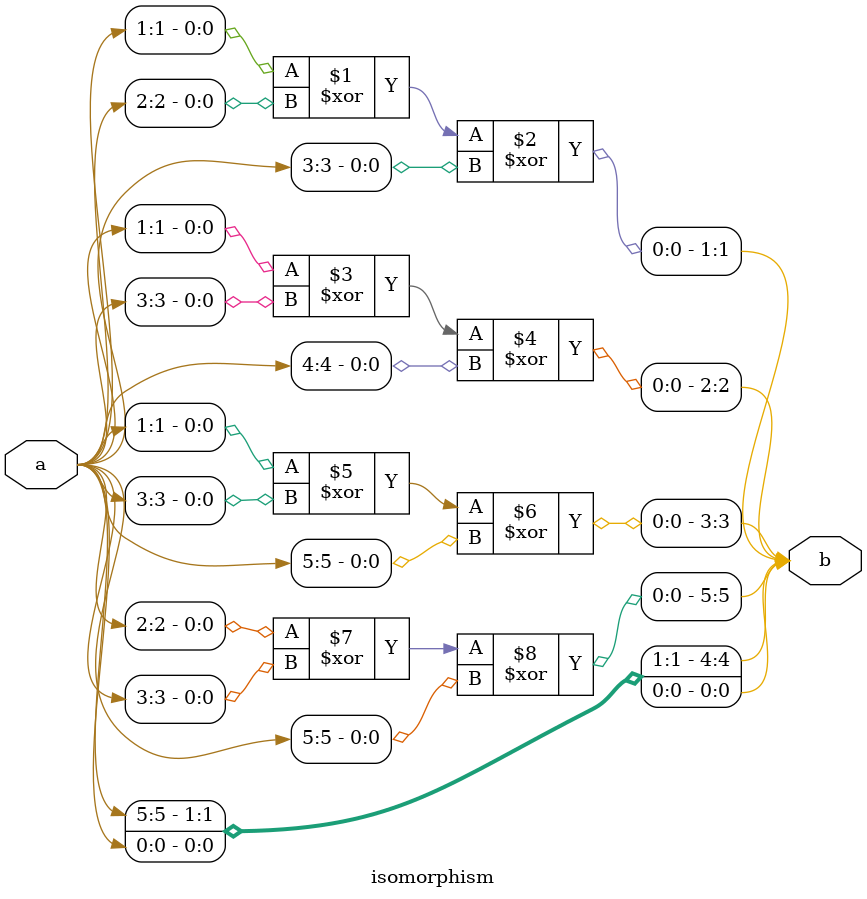
<source format=v>
`timescale 1ns/100ps
module SMS23_38_pp_2_5(x,y);
	 input [5:0] x;
	 output [5:0] y;
	 wire [5:0] w;
	 wire [5:0] p;
	 isomorphism C2 (x,w);
	 power_38 C3 (w,p);
	 inv_isomorphism C4 (p,y);
endmodule

module square_base(a,b);
	 input [1:0] a;
	 output [1:0] b;
	 assign b[0]=a[0]^a[1];
	 assign b[1]=a[1];
endmodule

module add_base(a,b,c);
	 input [1:0] a;
	 input [1:0] b;
	 output [1:0] c;
	 assign c[0]=a[0]^b[0];
	 assign c[1]=a[1]^b[1];
endmodule

module constant_multiplication_base_0(a,b);
	 input [1:0] a;
	 output [1:0] b;
	 assign b[0]=0;
	 assign b[1]=0;
endmodule

module constant_multiplication_base_1(a,b);
	 input [1:0] a;
	 output [1:0] b;
	 assign b[0]=a[0];
	 assign b[1]=a[1];
endmodule

module constant_multiplication_base_2(a,b);
	 input [1:0] a;
	 output [1:0] b;
	 assign b[0]=a[1];
	 assign b[1]=a[0]^a[1];
endmodule

module constant_multiplication_base_3(a,b);
	 input [1:0] a;
	 output [1:0] b;
	 assign b[0]=a[0]^a[1];
	 assign b[1]=a[0];
endmodule

module multiplication_base(a,b,c);
	 input [1:0] a;
	 input [1:0] b;
	 output [1:0] c;
	 wire t;
	 assign t=(a[1]&b[1]);
	 assign c[0]=(a[0]&b[0])^t;
	 assign c[1]=(a[0]&b[1])^(a[1]&b[0])^t;
endmodule

module multi_qube_base(a,b,c);
	 input [1:0] a;
	 input [1:0] b;
	 output [1:0] c;
	 wire t;
	 assign t=a[0]^(~a[0]&a[1]);
	 assign c[0]=t&b[0];
	 assign c[1]=t&b[1];
endmodule

module power_38(a,b);
	 input [5:0] a;
	 output [5:0] b;
	 wire [1:0] x_0;
	 wire [1:0] x_1;
	 wire [1:0] x_2;
	 wire [1:0] x_3;
	 wire [1:0] x_4;
	 wire [1:0] x_5;
	 wire [1:0] x_6;
	 wire [1:0] x_7;
	 wire [1:0] x_8;
	 wire [1:0] x_9;
	 wire [1:0] x_10;
	 wire [1:0] x_11;
	 wire [1:0] x_12;
	 wire [1:0] x_13;
	 wire [1:0] x_14;
	 wire [1:0] y_0;
	 wire [1:0] y_1;
	 wire [1:0] y_2;
	 wire [1:0] y_3;
	 wire [1:0] y_4;
	 wire [1:0] y_5;
	 wire [1:0] w_0_0;
	 wire [1:0] w_0_1;
	 wire [1:0] w_0_2;
	 wire [1:0] w_0_3;
	 wire [1:0] w_0_4;
	 wire [1:0] w_0_5;
	 wire [1:0] w_0_6;
	 wire [1:0] w_0_7;
	 wire [1:0] w_0_8;
	 wire [1:0] w_0_9;
	 wire [1:0] w_0_10;
	 wire [1:0] w_0_11;
	 wire [1:0] w_0_12;
	 wire [1:0] w_0_13;
	 wire [1:0] w_0_14;
	 wire [1:0] w_1_0;
	 wire [1:0] w_1_1;
	 wire [1:0] w_1_2;
	 wire [1:0] w_1_3;
	 wire [1:0] w_1_4;
	 wire [1:0] w_1_5;
	 wire [1:0] w_1_6;
	 wire [1:0] w_1_7;
	 wire [1:0] w_1_8;
	 wire [1:0] w_1_9;
	 wire [1:0] w_1_10;
	 wire [1:0] w_1_11;
	 wire [1:0] w_1_12;
	 wire [1:0] w_1_13;
	 wire [1:0] w_1_14;
	 wire [1:0] w_2_0;
	 wire [1:0] w_2_1;
	 wire [1:0] w_2_2;
	 wire [1:0] w_2_3;
	 wire [1:0] w_2_4;
	 wire [1:0] w_2_5;
	 wire [1:0] w_2_6;
	 wire [1:0] w_2_7;
	 wire [1:0] w_2_8;
	 wire [1:0] w_2_9;
	 wire [1:0] w_2_10;
	 wire [1:0] w_2_11;
	 wire [1:0] w_2_12;
	 wire [1:0] w_2_13;
	 wire [1:0] w_2_14;
	 wire [1:0] z_0_0;
	 wire [1:0] z_0_1;
	 wire [1:0] z_0_2;
	 wire [1:0] z_0_3;
	 wire [1:0] z_0_4;
	 wire [1:0] z_0_5;
	 wire [1:0] z_0_6;
	 wire [1:0] z_0_7;
	 wire [1:0] z_0_8;
	 wire [1:0] z_0_9;
	 wire [1:0] z_0_10;
	 wire [1:0] z_0_11;
	 wire [1:0] z_0_12;
	 wire [1:0] z_0_13;
	 wire [1:0] z_1_0;
	 wire [1:0] z_1_1;
	 wire [1:0] z_1_2;
	 wire [1:0] z_1_3;
	 wire [1:0] z_1_4;
	 wire [1:0] z_1_5;
	 wire [1:0] z_1_6;
	 wire [1:0] z_1_7;
	 wire [1:0] z_1_8;
	 wire [1:0] z_1_9;
	 wire [1:0] z_1_10;
	 wire [1:0] z_1_11;
	 wire [1:0] z_1_12;
	 wire [1:0] z_1_13;
	 wire [1:0] z_2_0;
	 wire [1:0] z_2_1;
	 wire [1:0] z_2_2;
	 wire [1:0] z_2_3;
	 wire [1:0] z_2_4;
	 wire [1:0] z_2_5;
	 wire [1:0] z_2_6;
	 wire [1:0] z_2_7;
	 wire [1:0] z_2_8;
	 wire [1:0] z_2_9;
	 wire [1:0] z_2_10;
	 wire [1:0] z_2_11;
	 wire [1:0] z_2_12;
	 wire [1:0] z_2_13;
	 assign y_0[0]=a[0];
	 assign y_0[1]=a[1];
	 assign y_1[0]=a[2];
	 assign y_1[1]=a[3];
	 assign y_2[0]=a[4];
	 assign y_2[1]=a[5];
	 square_base  SB1 (y_0,x_0);
	 square_base SB2 (y_1,x_1);
	 square_base SB3 (y_2,x_2);
	 multi_qube_base MQB1 (y_1,x_0,x_3);
	 multi_qube_base MQB2 (y_2,x_0,x_4);
	 multi_qube_base MQB3 (y_0,x_1,x_5);
	 multi_qube_base MQB4 (y_2,x_1,x_6);
	 multi_qube_base MQB5 (y_0,x_2,x_7);
	 multi_qube_base MQB6 (y_1,x_2,x_8);
	 multiplication_base MB1 (y_0,y_1,x_9);
	 multiplication_base MB2 (y_0,y_2,x_10);
	 multiplication_base MB3 (y_1,y_2,x_11);
	 multiplication_base MB4 (x_1,x_2,y_3);
	 multiplication_base MB5 (y_0,y_3,x_12);
	 multiplication_base MB6 (x_0,x_2,y_4);
	 multiplication_base MB7 (y_1,y_4,x_13);
	 multiplication_base MB8 (x_0,x_1,y_5);
	 multiplication_base MB9 (y_2,y_5,x_14);
	 constant_multiplication_base_1 MC00 (x_0,w_0_0);
	 constant_multiplication_base_0 MC01 (x_1,w_0_1);
	 constant_multiplication_base_2 MC02 (x_2,w_0_2);
	 constant_multiplication_base_1 MC03 (x_3,w_0_3);
	 constant_multiplication_base_0 MC04 (x_4,w_0_4);
	 constant_multiplication_base_3 MC05 (x_5,w_0_5);
	 constant_multiplication_base_1 MC06 (x_6,w_0_6);
	 constant_multiplication_base_3 MC07 (x_7,w_0_7);
	 constant_multiplication_base_1 MC08 (x_8,w_0_8);
	 constant_multiplication_base_2 MC09 (x_9,w_0_9);
	 constant_multiplication_base_2 MC010 (x_10,w_0_10);
	 constant_multiplication_base_0 MC011 (x_11,w_0_11);
	 constant_multiplication_base_3 MC012 (x_12,w_0_12);
	 constant_multiplication_base_2 MC013 (x_13,w_0_13);
	 constant_multiplication_base_0 MC014 (x_14,w_0_14);
	 constant_multiplication_base_0 MC10 (x_0,w_1_0);
	 constant_multiplication_base_1 MC11 (x_1,w_1_1);
	 constant_multiplication_base_1 MC12 (x_2,w_1_2);
	 constant_multiplication_base_0 MC13 (x_3,w_1_3);
	 constant_multiplication_base_3 MC14 (x_4,w_1_4);
	 constant_multiplication_base_0 MC15 (x_5,w_1_5);
	 constant_multiplication_base_0 MC16 (x_6,w_1_6);
	 constant_multiplication_base_3 MC17 (x_7,w_1_7);
	 constant_multiplication_base_2 MC18 (x_8,w_1_8);
	 constant_multiplication_base_1 MC19 (x_9,w_1_9);
	 constant_multiplication_base_3 MC110 (x_10,w_1_10);
	 constant_multiplication_base_1 MC111 (x_11,w_1_11);
	 constant_multiplication_base_3 MC112 (x_12,w_1_12);
	 constant_multiplication_base_3 MC113 (x_13,w_1_13);
	 constant_multiplication_base_3 MC114 (x_14,w_1_14);
	 constant_multiplication_base_0 MC20 (x_0,w_2_0);
	 constant_multiplication_base_2 MC21 (x_1,w_2_1);
	 constant_multiplication_base_1 MC22 (x_2,w_2_2);
	 constant_multiplication_base_3 MC23 (x_3,w_2_3);
	 constant_multiplication_base_0 MC24 (x_4,w_2_4);
	 constant_multiplication_base_3 MC25 (x_5,w_2_5);
	 constant_multiplication_base_1 MC26 (x_6,w_2_6);
	 constant_multiplication_base_0 MC27 (x_7,w_2_7);
	 constant_multiplication_base_2 MC28 (x_8,w_2_8);
	 constant_multiplication_base_3 MC29 (x_9,w_2_9);
	 constant_multiplication_base_1 MC210 (x_10,w_2_10);
	 constant_multiplication_base_3 MC211 (x_11,w_2_11);
	 constant_multiplication_base_3 MC212 (x_12,w_2_12);
	 constant_multiplication_base_1 MC213 (x_13,w_2_13);
	 constant_multiplication_base_3 MC214 (x_14,w_2_14);
	 add_base AB00 (w_0_0,w_0_1,z_0_0);
	 add_base AB01 (w_0_2,z_0_0,z_0_1);
	 add_base AB02 (w_0_3,z_0_1,z_0_2);
	 add_base AB03 (w_0_4,z_0_2,z_0_3);
	 add_base AB04 (w_0_5,z_0_3,z_0_4);
	 add_base AB05 (w_0_6,z_0_4,z_0_5);
	 add_base AB06 (w_0_7,z_0_5,z_0_6);
	 add_base AB07 (w_0_8,z_0_6,z_0_7);
	 add_base AB08 (w_0_9,z_0_7,z_0_8);
	 add_base AB09 (w_0_10,z_0_8,z_0_9);
	 add_base AB010 (w_0_11,z_0_9,z_0_10);
	 add_base AB011 (w_0_12,z_0_10,z_0_11);
	 add_base AB012 (w_0_13,z_0_11,z_0_12);
	 add_base AB013 (w_0_14,z_0_12,z_0_13);
	 add_base AB10 (w_1_0,w_1_1,z_1_0);
	 add_base AB11 (w_1_2,z_1_0,z_1_1);
	 add_base AB12 (w_1_3,z_1_1,z_1_2);
	 add_base AB13 (w_1_4,z_1_2,z_1_3);
	 add_base AB14 (w_1_5,z_1_3,z_1_4);
	 add_base AB15 (w_1_6,z_1_4,z_1_5);
	 add_base AB16 (w_1_7,z_1_5,z_1_6);
	 add_base AB17 (w_1_8,z_1_6,z_1_7);
	 add_base AB18 (w_1_9,z_1_7,z_1_8);
	 add_base AB19 (w_1_10,z_1_8,z_1_9);
	 add_base AB110 (w_1_11,z_1_9,z_1_10);
	 add_base AB111 (w_1_12,z_1_10,z_1_11);
	 add_base AB112 (w_1_13,z_1_11,z_1_12);
	 add_base AB113 (w_1_14,z_1_12,z_1_13);
	 add_base AB20 (w_2_0,w_2_1,z_2_0);
	 add_base AB21 (w_2_2,z_2_0,z_2_1);
	 add_base AB22 (w_2_3,z_2_1,z_2_2);
	 add_base AB23 (w_2_4,z_2_2,z_2_3);
	 add_base AB24 (w_2_5,z_2_3,z_2_4);
	 add_base AB25 (w_2_6,z_2_4,z_2_5);
	 add_base AB26 (w_2_7,z_2_5,z_2_6);
	 add_base AB27 (w_2_8,z_2_6,z_2_7);
	 add_base AB28 (w_2_9,z_2_7,z_2_8);
	 add_base AB29 (w_2_10,z_2_8,z_2_9);
	 add_base AB210 (w_2_11,z_2_9,z_2_10);
	 add_base AB211 (w_2_12,z_2_10,z_2_11);
	 add_base AB212 (w_2_13,z_2_11,z_2_12);
	 add_base AB213 (w_2_14,z_2_12,z_2_13);
	 assign b[0]=z_0_13[0];
	 assign b[1]=z_0_13[1];
	 assign b[2]=z_1_13[0];
	 assign b[3]=z_1_13[1];
	 assign b[4]=z_2_13[0];
	 assign b[5]=z_2_13[1];
endmodule

module inv_isomorphism(a,b);
	 input [5:0] a;
	 output [5:0] b;
	 assign b[0]=a[0]^a[2]^a[4]^a[5];
	 assign b[1]=a[2]^a[3]^a[4]^a[5];
	 assign b[2]=a[0]^a[1]^a[3]^a[4]^a[5];
	 assign b[3]=a[2]^a[4]^a[5];
	 assign b[4]=a[5];
	 assign b[5]=a[0]^a[1]^a[3]^a[5];
endmodule

module isomorphism(a,b);
	 input [5:0] a;
	 output [5:0] b;
	 assign b[0]=a[0];
	 assign b[1]=a[1]^a[2]^a[3];
	 assign b[2]=a[1]^a[3]^a[4];
	 assign b[3]=a[1]^a[3]^a[5];
	 assign b[4]=a[5];
	 assign b[5]=a[2]^a[3]^a[5];
endmodule


</source>
